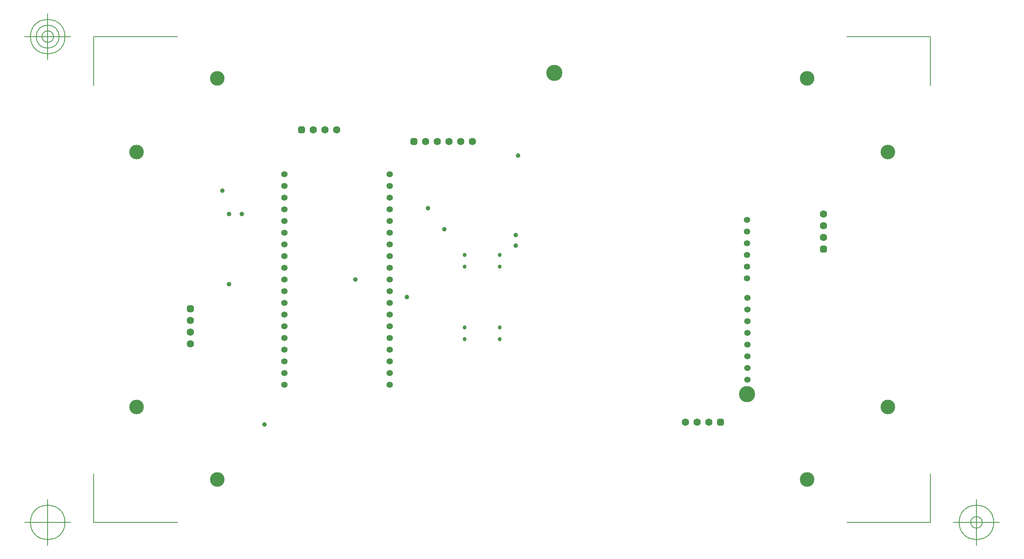
<source format=gbr>
G04 Generated by Ultiboard 14.2 *
%FSLAX24Y24*%
%MOIN*%

%ADD10C,0.0001*%
%ADD11C,0.0050*%
%ADD12C,0.0394*%
%ADD13C,0.0534*%
%ADD14C,0.0337*%
%ADD15C,0.0633*%
%ADD16R,0.0208X0.0208*%
%ADD17C,0.0392*%
%ADD18C,0.1378*%
%ADD19C,0.1250*%


G04 ColorRGB 9900CC for the following layer *
%LNSolder Mask Bottom*%
%LPD*%
G54D10*
G54D11*
X-35743Y-20768D02*
X-35743Y-16614D01*
X-35743Y-20768D02*
X-28594Y-20768D01*
X35743Y-20768D02*
X28594Y-20768D01*
X35743Y-20768D02*
X35743Y-16614D01*
X35743Y20768D02*
X35743Y16614D01*
X35743Y20768D02*
X28594Y20768D01*
X-35743Y20768D02*
X-28594Y20768D01*
X-35743Y20768D02*
X-35743Y16614D01*
X-37711Y-20768D02*
X-41648Y-20768D01*
X-39680Y-22736D02*
X-39680Y-18799D01*
X-41156Y-20768D02*
G75*
D01*
G02X-41156Y-20768I1476J0*
G01*
X37711Y-20768D02*
X41648Y-20768D01*
X39680Y-22736D02*
X39680Y-18799D01*
X38203Y-20768D02*
G75*
D01*
G02X38203Y-20768I1477J0*
G01*
X39188Y-20768D02*
G75*
D01*
G02X39188Y-20768I492J0*
G01*
X-37711Y20768D02*
X-41648Y20768D01*
X-39680Y18799D02*
X-39680Y22736D01*
X-41156Y20768D02*
G75*
D01*
G02X-41156Y20768I1476J0*
G01*
X-40664Y20768D02*
G75*
D01*
G02X-40664Y20768I984J0*
G01*
X-40172Y20768D02*
G75*
D01*
G02X-40172Y20768I492J0*
G01*
G54D12*
X-21160Y-12400D03*
X-24760Y7600D03*
X-24200Y5600D03*
X-24200Y-400D03*
X-7200Y6100D03*
X-13400Y0D03*
X500Y10600D03*
X-5800Y4300D03*
X-9000Y-1500D03*
X-23100Y5600D03*
X300Y2900D03*
X300Y3800D03*
G54D13*
X-10460Y-9000D03*
X-10460Y-8000D03*
X-10460Y-7000D03*
X-10460Y-6000D03*
X-10460Y-5000D03*
X-10460Y-4000D03*
X-10460Y-3000D03*
X-10460Y-2000D03*
X-10460Y-1000D03*
X-10460Y0D03*
X-10460Y1000D03*
X-10460Y2000D03*
X-10460Y3000D03*
X-10460Y4000D03*
X-10460Y5000D03*
X-10460Y6000D03*
X-10460Y7000D03*
X-10460Y8000D03*
X-10460Y9000D03*
X-19460Y-9000D03*
X-19460Y-8000D03*
X-19460Y-7000D03*
X-19460Y-6000D03*
X-19460Y-5000D03*
X-19460Y-4000D03*
X-19460Y-3000D03*
X-19460Y-2000D03*
X-19460Y-1000D03*
X-19460Y0D03*
X-19460Y1000D03*
X-19460Y2000D03*
X-19460Y3000D03*
X-19460Y4000D03*
X-19460Y5000D03*
X-19460Y6000D03*
X-19460Y7000D03*
X-19460Y8000D03*
X-19460Y9000D03*
X20100Y-1555D03*
X20100Y-2555D03*
X20100Y-3555D03*
X20100Y-4555D03*
X20100Y-5555D03*
X20100Y-6555D03*
X20100Y-7555D03*
X20100Y-8555D03*
X20092Y86D03*
X20092Y1086D03*
X20092Y2086D03*
X20092Y3086D03*
X20092Y4086D03*
X20092Y5086D03*
G54D14*
X-4060Y-4100D03*
X-4060Y-5100D03*
X-1060Y-4100D03*
X-1060Y-5100D03*
X-1060Y1100D03*
X-1060Y2100D03*
X-4060Y1100D03*
X-4060Y2100D03*
G54D15*
X-16000Y12800D03*
X-17000Y12800D03*
X-15000Y12800D03*
X-7400Y11800D03*
X-6400Y11800D03*
X-4400Y11800D03*
X-5400Y11800D03*
X-3400Y11800D03*
X15800Y-12200D03*
X16800Y-12200D03*
X14800Y-12200D03*
X26600Y4600D03*
X26600Y3600D03*
X26600Y5600D03*
X-27500Y-4500D03*
X-27500Y-3500D03*
X-27500Y-5500D03*
G54D16*
X-18000Y12800D03*
X-8400Y11800D03*
X17800Y-12200D03*
X26600Y2600D03*
X-27500Y-2500D03*
G54D17*
X-18104Y12696D02*
X-17896Y12696D01*
X-17896Y12904D01*
X-18104Y12904D01*
X-18104Y12696D01*D02*
X-8504Y11696D02*
X-8296Y11696D01*
X-8296Y11904D01*
X-8504Y11904D01*
X-8504Y11696D01*D02*
X17696Y-12304D02*
X17904Y-12304D01*
X17904Y-12096D01*
X17696Y-12096D01*
X17696Y-12304D01*D02*
X26496Y2496D02*
X26704Y2496D01*
X26704Y2704D01*
X26496Y2704D01*
X26496Y2496D01*D02*
X-27604Y-2604D02*
X-27396Y-2604D01*
X-27396Y-2396D01*
X-27604Y-2396D01*
X-27604Y-2604D01*D02*
G54D18*
X20092Y-9795D03*
X3596Y17665D03*
G54D19*
X32100Y-10900D03*
X32100Y10900D03*
X25200Y17200D03*
X-32100Y10900D03*
X-32100Y-10900D03*
X-25200Y-17100D03*
X25200Y-17100D03*
X-25200Y17200D03*

M02*

</source>
